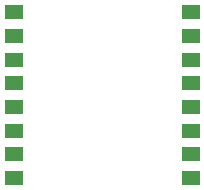
<source format=gbs>
G04 DipTrace Beta 2.3.5.2*
%INsubMicroLRS.GBS*%
%MOIN*%
%ADD30R,0.0591X0.0512*%
%FSLAX44Y44*%
G04*
G70*
G90*
G75*
G01*
%LNBotMask*%
%LPD*%
D30*
X6290Y5880D3*
Y5093D3*
Y4305D3*
Y3518D3*
Y2730D3*
Y1943D3*
Y1156D3*
Y368D3*
X384D3*
Y1156D3*
Y1943D3*
Y2730D3*
Y3518D3*
Y4305D3*
Y5093D3*
Y5880D3*
M02*

</source>
